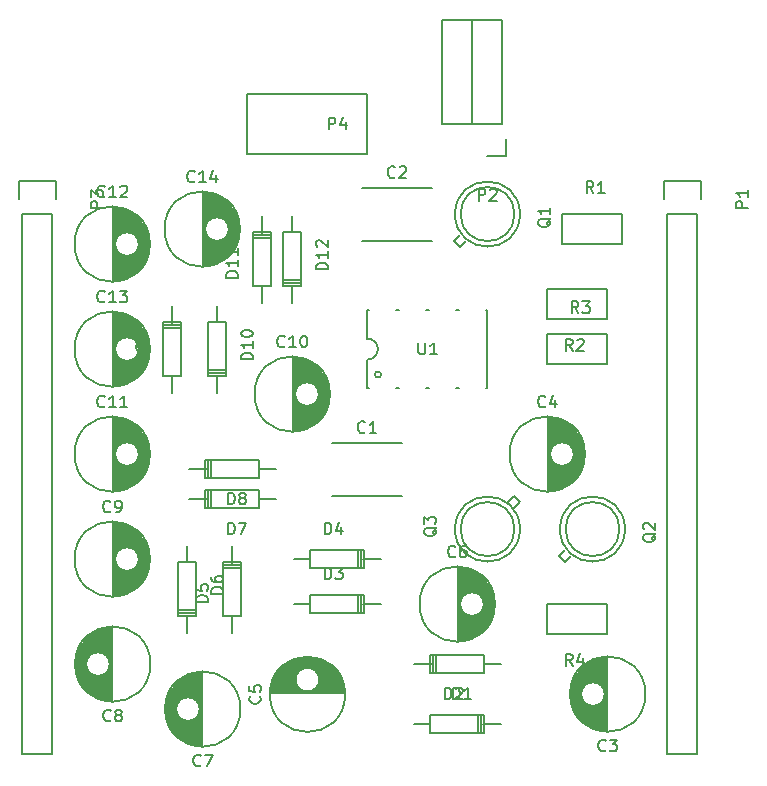
<source format=gbr>
G04 #@! TF.FileFunction,Legend,Top*
%FSLAX46Y46*%
G04 Gerber Fmt 4.6, Leading zero omitted, Abs format (unit mm)*
G04 Created by KiCad (PCBNEW 4.0.3+e1-6302~38~ubuntu16.04.1-stable) date Tue Aug 16 13:22:27 2016*
%MOMM*%
%LPD*%
G01*
G04 APERTURE LIST*
%ADD10C,0.100000*%
%ADD11C,0.150000*%
G04 APERTURE END LIST*
D10*
D11*
X118880000Y-115860000D02*
X124880000Y-115860000D01*
X124880000Y-120360000D02*
X118880000Y-120360000D01*
X121420000Y-94270000D02*
X127420000Y-94270000D01*
X127420000Y-98770000D02*
X121420000Y-98770000D01*
X131826520Y-134617460D02*
X133223520Y-134617460D01*
X127381520Y-134617460D02*
X125857520Y-134617460D01*
X127762520Y-133855460D02*
X127762520Y-135379460D01*
X127508520Y-133855460D02*
X127508520Y-135379460D01*
X127254520Y-134617460D02*
X127254520Y-135379460D01*
X127254520Y-135379460D02*
X131826520Y-135379460D01*
X131826520Y-135379460D02*
X131826520Y-133855460D01*
X131826520Y-133855460D02*
X127254520Y-133855460D01*
X127254520Y-133855460D02*
X127254520Y-134617460D01*
X127253480Y-139702540D02*
X125856480Y-139702540D01*
X131698480Y-139702540D02*
X133222480Y-139702540D01*
X131317480Y-140464540D02*
X131317480Y-138940540D01*
X131571480Y-140464540D02*
X131571480Y-138940540D01*
X131825480Y-139702540D02*
X131825480Y-138940540D01*
X131825480Y-138940540D02*
X127253480Y-138940540D01*
X127253480Y-138940540D02*
X127253480Y-140464540D01*
X127253480Y-140464540D02*
X131825480Y-140464540D01*
X131825480Y-140464540D02*
X131825480Y-139702540D01*
X117093480Y-129542540D02*
X115696480Y-129542540D01*
X121538480Y-129542540D02*
X123062480Y-129542540D01*
X121157480Y-130304540D02*
X121157480Y-128780540D01*
X121411480Y-130304540D02*
X121411480Y-128780540D01*
X121665480Y-129542540D02*
X121665480Y-128780540D01*
X121665480Y-128780540D02*
X117093480Y-128780540D01*
X117093480Y-128780540D02*
X117093480Y-130304540D01*
X117093480Y-130304540D02*
X121665480Y-130304540D01*
X121665480Y-130304540D02*
X121665480Y-129542540D01*
X117093480Y-125732540D02*
X115696480Y-125732540D01*
X121538480Y-125732540D02*
X123062480Y-125732540D01*
X121157480Y-126494540D02*
X121157480Y-124970540D01*
X121411480Y-126494540D02*
X121411480Y-124970540D01*
X121665480Y-125732540D02*
X121665480Y-124970540D01*
X121665480Y-124970540D02*
X117093480Y-124970540D01*
X117093480Y-124970540D02*
X117093480Y-126494540D01*
X117093480Y-126494540D02*
X121665480Y-126494540D01*
X121665480Y-126494540D02*
X121665480Y-125732540D01*
X110492540Y-130556520D02*
X110492540Y-131953520D01*
X110492540Y-126111520D02*
X110492540Y-124587520D01*
X111254540Y-126492520D02*
X109730540Y-126492520D01*
X111254540Y-126238520D02*
X109730540Y-126238520D01*
X110492540Y-125984520D02*
X109730540Y-125984520D01*
X109730540Y-125984520D02*
X109730540Y-130556520D01*
X109730540Y-130556520D02*
X111254540Y-130556520D01*
X111254540Y-130556520D02*
X111254540Y-125984520D01*
X111254540Y-125984520D02*
X110492540Y-125984520D01*
X106677460Y-125983480D02*
X106677460Y-124586480D01*
X106677460Y-130428480D02*
X106677460Y-131952480D01*
X105915460Y-130047480D02*
X107439460Y-130047480D01*
X105915460Y-130301480D02*
X107439460Y-130301480D01*
X106677460Y-130555480D02*
X107439460Y-130555480D01*
X107439460Y-130555480D02*
X107439460Y-125983480D01*
X107439460Y-125983480D02*
X105915460Y-125983480D01*
X105915460Y-125983480D02*
X105915460Y-130555480D01*
X105915460Y-130555480D02*
X106677460Y-130555480D01*
X112776520Y-120647460D02*
X114173520Y-120647460D01*
X108331520Y-120647460D02*
X106807520Y-120647460D01*
X108712520Y-119885460D02*
X108712520Y-121409460D01*
X108458520Y-119885460D02*
X108458520Y-121409460D01*
X108204520Y-120647460D02*
X108204520Y-121409460D01*
X108204520Y-121409460D02*
X112776520Y-121409460D01*
X112776520Y-121409460D02*
X112776520Y-119885460D01*
X112776520Y-119885460D02*
X108204520Y-119885460D01*
X108204520Y-119885460D02*
X108204520Y-120647460D01*
X112776520Y-118107460D02*
X114173520Y-118107460D01*
X108331520Y-118107460D02*
X106807520Y-118107460D01*
X108712520Y-117345460D02*
X108712520Y-118869460D01*
X108458520Y-117345460D02*
X108458520Y-118869460D01*
X108204520Y-118107460D02*
X108204520Y-118869460D01*
X108204520Y-118869460D02*
X112776520Y-118869460D01*
X112776520Y-118869460D02*
X112776520Y-117345460D01*
X112776520Y-117345460D02*
X108204520Y-117345460D01*
X108204520Y-117345460D02*
X108204520Y-118107460D01*
X105412540Y-110236520D02*
X105412540Y-111633520D01*
X105412540Y-105791520D02*
X105412540Y-104267520D01*
X106174540Y-106172520D02*
X104650540Y-106172520D01*
X106174540Y-105918520D02*
X104650540Y-105918520D01*
X105412540Y-105664520D02*
X104650540Y-105664520D01*
X104650540Y-105664520D02*
X104650540Y-110236520D01*
X104650540Y-110236520D02*
X106174540Y-110236520D01*
X106174540Y-110236520D02*
X106174540Y-105664520D01*
X106174540Y-105664520D02*
X105412540Y-105664520D01*
X109217460Y-105663480D02*
X109217460Y-104266480D01*
X109217460Y-110108480D02*
X109217460Y-111632480D01*
X108455460Y-109727480D02*
X109979460Y-109727480D01*
X108455460Y-109981480D02*
X109979460Y-109981480D01*
X109217460Y-110235480D02*
X109979460Y-110235480D01*
X109979460Y-110235480D02*
X109979460Y-105663480D01*
X109979460Y-105663480D02*
X108455460Y-105663480D01*
X108455460Y-105663480D02*
X108455460Y-110235480D01*
X108455460Y-110235480D02*
X109217460Y-110235480D01*
X113032540Y-102616520D02*
X113032540Y-104013520D01*
X113032540Y-98171520D02*
X113032540Y-96647520D01*
X113794540Y-98552520D02*
X112270540Y-98552520D01*
X113794540Y-98298520D02*
X112270540Y-98298520D01*
X113032540Y-98044520D02*
X112270540Y-98044520D01*
X112270540Y-98044520D02*
X112270540Y-102616520D01*
X112270540Y-102616520D02*
X113794540Y-102616520D01*
X113794540Y-102616520D02*
X113794540Y-98044520D01*
X113794540Y-98044520D02*
X113032540Y-98044520D01*
X115567460Y-98043480D02*
X115567460Y-96646480D01*
X115567460Y-102488480D02*
X115567460Y-104012480D01*
X114805460Y-102107480D02*
X116329460Y-102107480D01*
X114805460Y-102361480D02*
X116329460Y-102361480D01*
X115567460Y-102615480D02*
X116329460Y-102615480D01*
X116329460Y-102615480D02*
X116329460Y-98043480D01*
X116329460Y-98043480D02*
X114805460Y-98043480D01*
X114805460Y-98043480D02*
X114805460Y-102615480D01*
X114805460Y-102615480D02*
X115567460Y-102615480D01*
X147320000Y-96520000D02*
X147320000Y-142240000D01*
X147320000Y-142240000D02*
X149860000Y-142240000D01*
X149860000Y-142240000D02*
X149860000Y-96520000D01*
X147040000Y-93700000D02*
X147040000Y-95250000D01*
X147320000Y-96520000D02*
X149860000Y-96520000D01*
X150140000Y-95250000D02*
X150140000Y-93700000D01*
X150140000Y-93700000D02*
X147040000Y-93700000D01*
X92710000Y-96520000D02*
X92710000Y-142240000D01*
X92710000Y-142240000D02*
X95250000Y-142240000D01*
X95250000Y-142240000D02*
X95250000Y-96520000D01*
X92430000Y-93700000D02*
X92430000Y-95250000D01*
X92710000Y-96520000D02*
X95250000Y-96520000D01*
X95530000Y-95250000D02*
X95530000Y-93700000D01*
X95530000Y-93700000D02*
X92430000Y-93700000D01*
X138430000Y-96520000D02*
X143510000Y-96520000D01*
X143510000Y-96520000D02*
X143510000Y-99060000D01*
X143510000Y-99060000D02*
X138430000Y-99060000D01*
X138430000Y-99060000D02*
X138430000Y-96520000D01*
X142240000Y-105410000D02*
X137160000Y-105410000D01*
X137160000Y-105410000D02*
X137160000Y-102870000D01*
X137160000Y-102870000D02*
X142240000Y-102870000D01*
X142240000Y-102870000D02*
X142240000Y-105410000D01*
X137160000Y-106680000D02*
X142240000Y-106680000D01*
X142240000Y-106680000D02*
X142240000Y-109220000D01*
X142240000Y-109220000D02*
X137160000Y-109220000D01*
X137160000Y-109220000D02*
X137160000Y-106680000D01*
X142240000Y-132080000D02*
X137160000Y-132080000D01*
X137160000Y-132080000D02*
X137160000Y-129540000D01*
X137160000Y-129540000D02*
X142240000Y-129540000D01*
X142240000Y-129540000D02*
X142240000Y-132080000D01*
X108005000Y-94641000D02*
X108005000Y-100939000D01*
X108145000Y-94647000D02*
X108145000Y-100933000D01*
X108285000Y-94660000D02*
X108285000Y-97344000D01*
X108285000Y-98236000D02*
X108285000Y-100920000D01*
X108425000Y-94679000D02*
X108425000Y-97134000D01*
X108425000Y-98446000D02*
X108425000Y-100901000D01*
X108565000Y-94705000D02*
X108565000Y-97001000D01*
X108565000Y-98579000D02*
X108565000Y-100875000D01*
X108705000Y-94737000D02*
X108705000Y-96910000D01*
X108705000Y-98670000D02*
X108705000Y-100843000D01*
X108845000Y-94776000D02*
X108845000Y-96848000D01*
X108845000Y-98732000D02*
X108845000Y-100804000D01*
X108985000Y-94822000D02*
X108985000Y-96809000D01*
X108985000Y-98771000D02*
X108985000Y-100758000D01*
X109125000Y-94875000D02*
X109125000Y-96792000D01*
X109125000Y-98788000D02*
X109125000Y-100705000D01*
X109265000Y-94937000D02*
X109265000Y-96794000D01*
X109265000Y-98786000D02*
X109265000Y-100643000D01*
X109405000Y-95007000D02*
X109405000Y-96816000D01*
X109405000Y-98764000D02*
X109405000Y-100573000D01*
X109545000Y-95086000D02*
X109545000Y-96859000D01*
X109545000Y-98721000D02*
X109545000Y-100494000D01*
X109685000Y-95174000D02*
X109685000Y-96927000D01*
X109685000Y-98653000D02*
X109685000Y-100406000D01*
X109825000Y-95274000D02*
X109825000Y-97026000D01*
X109825000Y-98554000D02*
X109825000Y-100306000D01*
X109965000Y-95386000D02*
X109965000Y-97171000D01*
X109965000Y-98409000D02*
X109965000Y-100194000D01*
X110105000Y-95511000D02*
X110105000Y-97410000D01*
X110105000Y-98170000D02*
X110105000Y-100069000D01*
X110245000Y-95654000D02*
X110245000Y-99926000D01*
X110385000Y-95816000D02*
X110385000Y-99764000D01*
X110525000Y-96004000D02*
X110525000Y-99576000D01*
X110665000Y-96227000D02*
X110665000Y-99353000D01*
X110805000Y-96503000D02*
X110805000Y-99077000D01*
X110945000Y-96878000D02*
X110945000Y-98702000D01*
X110180000Y-97790000D02*
G75*
G03X110180000Y-97790000I-1000000J0D01*
G01*
X111117500Y-97790000D02*
G75*
G03X111117500Y-97790000I-3187500J0D01*
G01*
X100385000Y-104801000D02*
X100385000Y-111099000D01*
X100525000Y-104807000D02*
X100525000Y-111093000D01*
X100665000Y-104820000D02*
X100665000Y-107504000D01*
X100665000Y-108396000D02*
X100665000Y-111080000D01*
X100805000Y-104839000D02*
X100805000Y-107294000D01*
X100805000Y-108606000D02*
X100805000Y-111061000D01*
X100945000Y-104865000D02*
X100945000Y-107161000D01*
X100945000Y-108739000D02*
X100945000Y-111035000D01*
X101085000Y-104897000D02*
X101085000Y-107070000D01*
X101085000Y-108830000D02*
X101085000Y-111003000D01*
X101225000Y-104936000D02*
X101225000Y-107008000D01*
X101225000Y-108892000D02*
X101225000Y-110964000D01*
X101365000Y-104982000D02*
X101365000Y-106969000D01*
X101365000Y-108931000D02*
X101365000Y-110918000D01*
X101505000Y-105035000D02*
X101505000Y-106952000D01*
X101505000Y-108948000D02*
X101505000Y-110865000D01*
X101645000Y-105097000D02*
X101645000Y-106954000D01*
X101645000Y-108946000D02*
X101645000Y-110803000D01*
X101785000Y-105167000D02*
X101785000Y-106976000D01*
X101785000Y-108924000D02*
X101785000Y-110733000D01*
X101925000Y-105246000D02*
X101925000Y-107019000D01*
X101925000Y-108881000D02*
X101925000Y-110654000D01*
X102065000Y-105334000D02*
X102065000Y-107087000D01*
X102065000Y-108813000D02*
X102065000Y-110566000D01*
X102205000Y-105434000D02*
X102205000Y-107186000D01*
X102205000Y-108714000D02*
X102205000Y-110466000D01*
X102345000Y-105546000D02*
X102345000Y-107331000D01*
X102345000Y-108569000D02*
X102345000Y-110354000D01*
X102485000Y-105671000D02*
X102485000Y-107570000D01*
X102485000Y-108330000D02*
X102485000Y-110229000D01*
X102625000Y-105814000D02*
X102625000Y-110086000D01*
X102765000Y-105976000D02*
X102765000Y-109924000D01*
X102905000Y-106164000D02*
X102905000Y-109736000D01*
X103045000Y-106387000D02*
X103045000Y-109513000D01*
X103185000Y-106663000D02*
X103185000Y-109237000D01*
X103325000Y-107038000D02*
X103325000Y-108862000D01*
X102560000Y-107950000D02*
G75*
G03X102560000Y-107950000I-1000000J0D01*
G01*
X103497500Y-107950000D02*
G75*
G03X103497500Y-107950000I-3187500J0D01*
G01*
X100385000Y-95911000D02*
X100385000Y-102209000D01*
X100525000Y-95917000D02*
X100525000Y-102203000D01*
X100665000Y-95930000D02*
X100665000Y-98614000D01*
X100665000Y-99506000D02*
X100665000Y-102190000D01*
X100805000Y-95949000D02*
X100805000Y-98404000D01*
X100805000Y-99716000D02*
X100805000Y-102171000D01*
X100945000Y-95975000D02*
X100945000Y-98271000D01*
X100945000Y-99849000D02*
X100945000Y-102145000D01*
X101085000Y-96007000D02*
X101085000Y-98180000D01*
X101085000Y-99940000D02*
X101085000Y-102113000D01*
X101225000Y-96046000D02*
X101225000Y-98118000D01*
X101225000Y-100002000D02*
X101225000Y-102074000D01*
X101365000Y-96092000D02*
X101365000Y-98079000D01*
X101365000Y-100041000D02*
X101365000Y-102028000D01*
X101505000Y-96145000D02*
X101505000Y-98062000D01*
X101505000Y-100058000D02*
X101505000Y-101975000D01*
X101645000Y-96207000D02*
X101645000Y-98064000D01*
X101645000Y-100056000D02*
X101645000Y-101913000D01*
X101785000Y-96277000D02*
X101785000Y-98086000D01*
X101785000Y-100034000D02*
X101785000Y-101843000D01*
X101925000Y-96356000D02*
X101925000Y-98129000D01*
X101925000Y-99991000D02*
X101925000Y-101764000D01*
X102065000Y-96444000D02*
X102065000Y-98197000D01*
X102065000Y-99923000D02*
X102065000Y-101676000D01*
X102205000Y-96544000D02*
X102205000Y-98296000D01*
X102205000Y-99824000D02*
X102205000Y-101576000D01*
X102345000Y-96656000D02*
X102345000Y-98441000D01*
X102345000Y-99679000D02*
X102345000Y-101464000D01*
X102485000Y-96781000D02*
X102485000Y-98680000D01*
X102485000Y-99440000D02*
X102485000Y-101339000D01*
X102625000Y-96924000D02*
X102625000Y-101196000D01*
X102765000Y-97086000D02*
X102765000Y-101034000D01*
X102905000Y-97274000D02*
X102905000Y-100846000D01*
X103045000Y-97497000D02*
X103045000Y-100623000D01*
X103185000Y-97773000D02*
X103185000Y-100347000D01*
X103325000Y-98148000D02*
X103325000Y-99972000D01*
X102560000Y-99060000D02*
G75*
G03X102560000Y-99060000I-1000000J0D01*
G01*
X103497500Y-99060000D02*
G75*
G03X103497500Y-99060000I-3187500J0D01*
G01*
X100385000Y-113691000D02*
X100385000Y-119989000D01*
X100525000Y-113697000D02*
X100525000Y-119983000D01*
X100665000Y-113710000D02*
X100665000Y-116394000D01*
X100665000Y-117286000D02*
X100665000Y-119970000D01*
X100805000Y-113729000D02*
X100805000Y-116184000D01*
X100805000Y-117496000D02*
X100805000Y-119951000D01*
X100945000Y-113755000D02*
X100945000Y-116051000D01*
X100945000Y-117629000D02*
X100945000Y-119925000D01*
X101085000Y-113787000D02*
X101085000Y-115960000D01*
X101085000Y-117720000D02*
X101085000Y-119893000D01*
X101225000Y-113826000D02*
X101225000Y-115898000D01*
X101225000Y-117782000D02*
X101225000Y-119854000D01*
X101365000Y-113872000D02*
X101365000Y-115859000D01*
X101365000Y-117821000D02*
X101365000Y-119808000D01*
X101505000Y-113925000D02*
X101505000Y-115842000D01*
X101505000Y-117838000D02*
X101505000Y-119755000D01*
X101645000Y-113987000D02*
X101645000Y-115844000D01*
X101645000Y-117836000D02*
X101645000Y-119693000D01*
X101785000Y-114057000D02*
X101785000Y-115866000D01*
X101785000Y-117814000D02*
X101785000Y-119623000D01*
X101925000Y-114136000D02*
X101925000Y-115909000D01*
X101925000Y-117771000D02*
X101925000Y-119544000D01*
X102065000Y-114224000D02*
X102065000Y-115977000D01*
X102065000Y-117703000D02*
X102065000Y-119456000D01*
X102205000Y-114324000D02*
X102205000Y-116076000D01*
X102205000Y-117604000D02*
X102205000Y-119356000D01*
X102345000Y-114436000D02*
X102345000Y-116221000D01*
X102345000Y-117459000D02*
X102345000Y-119244000D01*
X102485000Y-114561000D02*
X102485000Y-116460000D01*
X102485000Y-117220000D02*
X102485000Y-119119000D01*
X102625000Y-114704000D02*
X102625000Y-118976000D01*
X102765000Y-114866000D02*
X102765000Y-118814000D01*
X102905000Y-115054000D02*
X102905000Y-118626000D01*
X103045000Y-115277000D02*
X103045000Y-118403000D01*
X103185000Y-115553000D02*
X103185000Y-118127000D01*
X103325000Y-115928000D02*
X103325000Y-117752000D01*
X102560000Y-116840000D02*
G75*
G03X102560000Y-116840000I-1000000J0D01*
G01*
X103497500Y-116840000D02*
G75*
G03X103497500Y-116840000I-3187500J0D01*
G01*
X115625000Y-108611000D02*
X115625000Y-114909000D01*
X115765000Y-108617000D02*
X115765000Y-114903000D01*
X115905000Y-108630000D02*
X115905000Y-111314000D01*
X115905000Y-112206000D02*
X115905000Y-114890000D01*
X116045000Y-108649000D02*
X116045000Y-111104000D01*
X116045000Y-112416000D02*
X116045000Y-114871000D01*
X116185000Y-108675000D02*
X116185000Y-110971000D01*
X116185000Y-112549000D02*
X116185000Y-114845000D01*
X116325000Y-108707000D02*
X116325000Y-110880000D01*
X116325000Y-112640000D02*
X116325000Y-114813000D01*
X116465000Y-108746000D02*
X116465000Y-110818000D01*
X116465000Y-112702000D02*
X116465000Y-114774000D01*
X116605000Y-108792000D02*
X116605000Y-110779000D01*
X116605000Y-112741000D02*
X116605000Y-114728000D01*
X116745000Y-108845000D02*
X116745000Y-110762000D01*
X116745000Y-112758000D02*
X116745000Y-114675000D01*
X116885000Y-108907000D02*
X116885000Y-110764000D01*
X116885000Y-112756000D02*
X116885000Y-114613000D01*
X117025000Y-108977000D02*
X117025000Y-110786000D01*
X117025000Y-112734000D02*
X117025000Y-114543000D01*
X117165000Y-109056000D02*
X117165000Y-110829000D01*
X117165000Y-112691000D02*
X117165000Y-114464000D01*
X117305000Y-109144000D02*
X117305000Y-110897000D01*
X117305000Y-112623000D02*
X117305000Y-114376000D01*
X117445000Y-109244000D02*
X117445000Y-110996000D01*
X117445000Y-112524000D02*
X117445000Y-114276000D01*
X117585000Y-109356000D02*
X117585000Y-111141000D01*
X117585000Y-112379000D02*
X117585000Y-114164000D01*
X117725000Y-109481000D02*
X117725000Y-111380000D01*
X117725000Y-112140000D02*
X117725000Y-114039000D01*
X117865000Y-109624000D02*
X117865000Y-113896000D01*
X118005000Y-109786000D02*
X118005000Y-113734000D01*
X118145000Y-109974000D02*
X118145000Y-113546000D01*
X118285000Y-110197000D02*
X118285000Y-113323000D01*
X118425000Y-110473000D02*
X118425000Y-113047000D01*
X118565000Y-110848000D02*
X118565000Y-112672000D01*
X117800000Y-111760000D02*
G75*
G03X117800000Y-111760000I-1000000J0D01*
G01*
X118737500Y-111760000D02*
G75*
G03X118737500Y-111760000I-3187500J0D01*
G01*
X100385000Y-122581000D02*
X100385000Y-128879000D01*
X100525000Y-122587000D02*
X100525000Y-128873000D01*
X100665000Y-122600000D02*
X100665000Y-125284000D01*
X100665000Y-126176000D02*
X100665000Y-128860000D01*
X100805000Y-122619000D02*
X100805000Y-125074000D01*
X100805000Y-126386000D02*
X100805000Y-128841000D01*
X100945000Y-122645000D02*
X100945000Y-124941000D01*
X100945000Y-126519000D02*
X100945000Y-128815000D01*
X101085000Y-122677000D02*
X101085000Y-124850000D01*
X101085000Y-126610000D02*
X101085000Y-128783000D01*
X101225000Y-122716000D02*
X101225000Y-124788000D01*
X101225000Y-126672000D02*
X101225000Y-128744000D01*
X101365000Y-122762000D02*
X101365000Y-124749000D01*
X101365000Y-126711000D02*
X101365000Y-128698000D01*
X101505000Y-122815000D02*
X101505000Y-124732000D01*
X101505000Y-126728000D02*
X101505000Y-128645000D01*
X101645000Y-122877000D02*
X101645000Y-124734000D01*
X101645000Y-126726000D02*
X101645000Y-128583000D01*
X101785000Y-122947000D02*
X101785000Y-124756000D01*
X101785000Y-126704000D02*
X101785000Y-128513000D01*
X101925000Y-123026000D02*
X101925000Y-124799000D01*
X101925000Y-126661000D02*
X101925000Y-128434000D01*
X102065000Y-123114000D02*
X102065000Y-124867000D01*
X102065000Y-126593000D02*
X102065000Y-128346000D01*
X102205000Y-123214000D02*
X102205000Y-124966000D01*
X102205000Y-126494000D02*
X102205000Y-128246000D01*
X102345000Y-123326000D02*
X102345000Y-125111000D01*
X102345000Y-126349000D02*
X102345000Y-128134000D01*
X102485000Y-123451000D02*
X102485000Y-125350000D01*
X102485000Y-126110000D02*
X102485000Y-128009000D01*
X102625000Y-123594000D02*
X102625000Y-127866000D01*
X102765000Y-123756000D02*
X102765000Y-127704000D01*
X102905000Y-123944000D02*
X102905000Y-127516000D01*
X103045000Y-124167000D02*
X103045000Y-127293000D01*
X103185000Y-124443000D02*
X103185000Y-127017000D01*
X103325000Y-124818000D02*
X103325000Y-126642000D01*
X102560000Y-125730000D02*
G75*
G03X102560000Y-125730000I-1000000J0D01*
G01*
X103497500Y-125730000D02*
G75*
G03X103497500Y-125730000I-3187500J0D01*
G01*
X100275000Y-137769000D02*
X100275000Y-131471000D01*
X100135000Y-137763000D02*
X100135000Y-131477000D01*
X99995000Y-137750000D02*
X99995000Y-135066000D01*
X99995000Y-134174000D02*
X99995000Y-131490000D01*
X99855000Y-137731000D02*
X99855000Y-135276000D01*
X99855000Y-133964000D02*
X99855000Y-131509000D01*
X99715000Y-137705000D02*
X99715000Y-135409000D01*
X99715000Y-133831000D02*
X99715000Y-131535000D01*
X99575000Y-137673000D02*
X99575000Y-135500000D01*
X99575000Y-133740000D02*
X99575000Y-131567000D01*
X99435000Y-137634000D02*
X99435000Y-135562000D01*
X99435000Y-133678000D02*
X99435000Y-131606000D01*
X99295000Y-137588000D02*
X99295000Y-135601000D01*
X99295000Y-133639000D02*
X99295000Y-131652000D01*
X99155000Y-137535000D02*
X99155000Y-135618000D01*
X99155000Y-133622000D02*
X99155000Y-131705000D01*
X99015000Y-137473000D02*
X99015000Y-135616000D01*
X99015000Y-133624000D02*
X99015000Y-131767000D01*
X98875000Y-137403000D02*
X98875000Y-135594000D01*
X98875000Y-133646000D02*
X98875000Y-131837000D01*
X98735000Y-137324000D02*
X98735000Y-135551000D01*
X98735000Y-133689000D02*
X98735000Y-131916000D01*
X98595000Y-137236000D02*
X98595000Y-135483000D01*
X98595000Y-133757000D02*
X98595000Y-132004000D01*
X98455000Y-137136000D02*
X98455000Y-135384000D01*
X98455000Y-133856000D02*
X98455000Y-132104000D01*
X98315000Y-137024000D02*
X98315000Y-135239000D01*
X98315000Y-134001000D02*
X98315000Y-132216000D01*
X98175000Y-136899000D02*
X98175000Y-135000000D01*
X98175000Y-134240000D02*
X98175000Y-132341000D01*
X98035000Y-136756000D02*
X98035000Y-132484000D01*
X97895000Y-136594000D02*
X97895000Y-132646000D01*
X97755000Y-136406000D02*
X97755000Y-132834000D01*
X97615000Y-136183000D02*
X97615000Y-133057000D01*
X97475000Y-135907000D02*
X97475000Y-133333000D01*
X97335000Y-135532000D02*
X97335000Y-133708000D01*
X100100000Y-134620000D02*
G75*
G03X100100000Y-134620000I-1000000J0D01*
G01*
X103537500Y-134620000D02*
G75*
G03X103537500Y-134620000I-3187500J0D01*
G01*
X107895000Y-141579000D02*
X107895000Y-135281000D01*
X107755000Y-141573000D02*
X107755000Y-135287000D01*
X107615000Y-141560000D02*
X107615000Y-138876000D01*
X107615000Y-137984000D02*
X107615000Y-135300000D01*
X107475000Y-141541000D02*
X107475000Y-139086000D01*
X107475000Y-137774000D02*
X107475000Y-135319000D01*
X107335000Y-141515000D02*
X107335000Y-139219000D01*
X107335000Y-137641000D02*
X107335000Y-135345000D01*
X107195000Y-141483000D02*
X107195000Y-139310000D01*
X107195000Y-137550000D02*
X107195000Y-135377000D01*
X107055000Y-141444000D02*
X107055000Y-139372000D01*
X107055000Y-137488000D02*
X107055000Y-135416000D01*
X106915000Y-141398000D02*
X106915000Y-139411000D01*
X106915000Y-137449000D02*
X106915000Y-135462000D01*
X106775000Y-141345000D02*
X106775000Y-139428000D01*
X106775000Y-137432000D02*
X106775000Y-135515000D01*
X106635000Y-141283000D02*
X106635000Y-139426000D01*
X106635000Y-137434000D02*
X106635000Y-135577000D01*
X106495000Y-141213000D02*
X106495000Y-139404000D01*
X106495000Y-137456000D02*
X106495000Y-135647000D01*
X106355000Y-141134000D02*
X106355000Y-139361000D01*
X106355000Y-137499000D02*
X106355000Y-135726000D01*
X106215000Y-141046000D02*
X106215000Y-139293000D01*
X106215000Y-137567000D02*
X106215000Y-135814000D01*
X106075000Y-140946000D02*
X106075000Y-139194000D01*
X106075000Y-137666000D02*
X106075000Y-135914000D01*
X105935000Y-140834000D02*
X105935000Y-139049000D01*
X105935000Y-137811000D02*
X105935000Y-136026000D01*
X105795000Y-140709000D02*
X105795000Y-138810000D01*
X105795000Y-138050000D02*
X105795000Y-136151000D01*
X105655000Y-140566000D02*
X105655000Y-136294000D01*
X105515000Y-140404000D02*
X105515000Y-136456000D01*
X105375000Y-140216000D02*
X105375000Y-136644000D01*
X105235000Y-139993000D02*
X105235000Y-136867000D01*
X105095000Y-139717000D02*
X105095000Y-137143000D01*
X104955000Y-139342000D02*
X104955000Y-137518000D01*
X107720000Y-138430000D02*
G75*
G03X107720000Y-138430000I-1000000J0D01*
G01*
X111157500Y-138430000D02*
G75*
G03X111157500Y-138430000I-3187500J0D01*
G01*
X129595000Y-126391000D02*
X129595000Y-132689000D01*
X129735000Y-126397000D02*
X129735000Y-132683000D01*
X129875000Y-126410000D02*
X129875000Y-129094000D01*
X129875000Y-129986000D02*
X129875000Y-132670000D01*
X130015000Y-126429000D02*
X130015000Y-128884000D01*
X130015000Y-130196000D02*
X130015000Y-132651000D01*
X130155000Y-126455000D02*
X130155000Y-128751000D01*
X130155000Y-130329000D02*
X130155000Y-132625000D01*
X130295000Y-126487000D02*
X130295000Y-128660000D01*
X130295000Y-130420000D02*
X130295000Y-132593000D01*
X130435000Y-126526000D02*
X130435000Y-128598000D01*
X130435000Y-130482000D02*
X130435000Y-132554000D01*
X130575000Y-126572000D02*
X130575000Y-128559000D01*
X130575000Y-130521000D02*
X130575000Y-132508000D01*
X130715000Y-126625000D02*
X130715000Y-128542000D01*
X130715000Y-130538000D02*
X130715000Y-132455000D01*
X130855000Y-126687000D02*
X130855000Y-128544000D01*
X130855000Y-130536000D02*
X130855000Y-132393000D01*
X130995000Y-126757000D02*
X130995000Y-128566000D01*
X130995000Y-130514000D02*
X130995000Y-132323000D01*
X131135000Y-126836000D02*
X131135000Y-128609000D01*
X131135000Y-130471000D02*
X131135000Y-132244000D01*
X131275000Y-126924000D02*
X131275000Y-128677000D01*
X131275000Y-130403000D02*
X131275000Y-132156000D01*
X131415000Y-127024000D02*
X131415000Y-128776000D01*
X131415000Y-130304000D02*
X131415000Y-132056000D01*
X131555000Y-127136000D02*
X131555000Y-128921000D01*
X131555000Y-130159000D02*
X131555000Y-131944000D01*
X131695000Y-127261000D02*
X131695000Y-129160000D01*
X131695000Y-129920000D02*
X131695000Y-131819000D01*
X131835000Y-127404000D02*
X131835000Y-131676000D01*
X131975000Y-127566000D02*
X131975000Y-131514000D01*
X132115000Y-127754000D02*
X132115000Y-131326000D01*
X132255000Y-127977000D02*
X132255000Y-131103000D01*
X132395000Y-128253000D02*
X132395000Y-130827000D01*
X132535000Y-128628000D02*
X132535000Y-130452000D01*
X131770000Y-129540000D02*
G75*
G03X131770000Y-129540000I-1000000J0D01*
G01*
X132707500Y-129540000D02*
G75*
G03X132707500Y-129540000I-3187500J0D01*
G01*
X113691000Y-137105000D02*
X119989000Y-137105000D01*
X113697000Y-136965000D02*
X119983000Y-136965000D01*
X113710000Y-136825000D02*
X116394000Y-136825000D01*
X117286000Y-136825000D02*
X119970000Y-136825000D01*
X113729000Y-136685000D02*
X116184000Y-136685000D01*
X117496000Y-136685000D02*
X119951000Y-136685000D01*
X113755000Y-136545000D02*
X116051000Y-136545000D01*
X117629000Y-136545000D02*
X119925000Y-136545000D01*
X113787000Y-136405000D02*
X115960000Y-136405000D01*
X117720000Y-136405000D02*
X119893000Y-136405000D01*
X113826000Y-136265000D02*
X115898000Y-136265000D01*
X117782000Y-136265000D02*
X119854000Y-136265000D01*
X113872000Y-136125000D02*
X115859000Y-136125000D01*
X117821000Y-136125000D02*
X119808000Y-136125000D01*
X113925000Y-135985000D02*
X115842000Y-135985000D01*
X117838000Y-135985000D02*
X119755000Y-135985000D01*
X113987000Y-135845000D02*
X115844000Y-135845000D01*
X117836000Y-135845000D02*
X119693000Y-135845000D01*
X114057000Y-135705000D02*
X115866000Y-135705000D01*
X117814000Y-135705000D02*
X119623000Y-135705000D01*
X114136000Y-135565000D02*
X115909000Y-135565000D01*
X117771000Y-135565000D02*
X119544000Y-135565000D01*
X114224000Y-135425000D02*
X115977000Y-135425000D01*
X117703000Y-135425000D02*
X119456000Y-135425000D01*
X114324000Y-135285000D02*
X116076000Y-135285000D01*
X117604000Y-135285000D02*
X119356000Y-135285000D01*
X114436000Y-135145000D02*
X116221000Y-135145000D01*
X117459000Y-135145000D02*
X119244000Y-135145000D01*
X114561000Y-135005000D02*
X116460000Y-135005000D01*
X117220000Y-135005000D02*
X119119000Y-135005000D01*
X114704000Y-134865000D02*
X118976000Y-134865000D01*
X114866000Y-134725000D02*
X118814000Y-134725000D01*
X115054000Y-134585000D02*
X118626000Y-134585000D01*
X115277000Y-134445000D02*
X118403000Y-134445000D01*
X115553000Y-134305000D02*
X118127000Y-134305000D01*
X115928000Y-134165000D02*
X117752000Y-134165000D01*
X117840000Y-135930000D02*
G75*
G03X117840000Y-135930000I-1000000J0D01*
G01*
X120027500Y-137180000D02*
G75*
G03X120027500Y-137180000I-3187500J0D01*
G01*
X137215000Y-113691000D02*
X137215000Y-119989000D01*
X137355000Y-113697000D02*
X137355000Y-119983000D01*
X137495000Y-113710000D02*
X137495000Y-116394000D01*
X137495000Y-117286000D02*
X137495000Y-119970000D01*
X137635000Y-113729000D02*
X137635000Y-116184000D01*
X137635000Y-117496000D02*
X137635000Y-119951000D01*
X137775000Y-113755000D02*
X137775000Y-116051000D01*
X137775000Y-117629000D02*
X137775000Y-119925000D01*
X137915000Y-113787000D02*
X137915000Y-115960000D01*
X137915000Y-117720000D02*
X137915000Y-119893000D01*
X138055000Y-113826000D02*
X138055000Y-115898000D01*
X138055000Y-117782000D02*
X138055000Y-119854000D01*
X138195000Y-113872000D02*
X138195000Y-115859000D01*
X138195000Y-117821000D02*
X138195000Y-119808000D01*
X138335000Y-113925000D02*
X138335000Y-115842000D01*
X138335000Y-117838000D02*
X138335000Y-119755000D01*
X138475000Y-113987000D02*
X138475000Y-115844000D01*
X138475000Y-117836000D02*
X138475000Y-119693000D01*
X138615000Y-114057000D02*
X138615000Y-115866000D01*
X138615000Y-117814000D02*
X138615000Y-119623000D01*
X138755000Y-114136000D02*
X138755000Y-115909000D01*
X138755000Y-117771000D02*
X138755000Y-119544000D01*
X138895000Y-114224000D02*
X138895000Y-115977000D01*
X138895000Y-117703000D02*
X138895000Y-119456000D01*
X139035000Y-114324000D02*
X139035000Y-116076000D01*
X139035000Y-117604000D02*
X139035000Y-119356000D01*
X139175000Y-114436000D02*
X139175000Y-116221000D01*
X139175000Y-117459000D02*
X139175000Y-119244000D01*
X139315000Y-114561000D02*
X139315000Y-116460000D01*
X139315000Y-117220000D02*
X139315000Y-119119000D01*
X139455000Y-114704000D02*
X139455000Y-118976000D01*
X139595000Y-114866000D02*
X139595000Y-118814000D01*
X139735000Y-115054000D02*
X139735000Y-118626000D01*
X139875000Y-115277000D02*
X139875000Y-118403000D01*
X140015000Y-115553000D02*
X140015000Y-118127000D01*
X140155000Y-115928000D02*
X140155000Y-117752000D01*
X139390000Y-116840000D02*
G75*
G03X139390000Y-116840000I-1000000J0D01*
G01*
X140327500Y-116840000D02*
G75*
G03X140327500Y-116840000I-3187500J0D01*
G01*
X142185000Y-140309000D02*
X142185000Y-134011000D01*
X142045000Y-140303000D02*
X142045000Y-134017000D01*
X141905000Y-140290000D02*
X141905000Y-137606000D01*
X141905000Y-136714000D02*
X141905000Y-134030000D01*
X141765000Y-140271000D02*
X141765000Y-137816000D01*
X141765000Y-136504000D02*
X141765000Y-134049000D01*
X141625000Y-140245000D02*
X141625000Y-137949000D01*
X141625000Y-136371000D02*
X141625000Y-134075000D01*
X141485000Y-140213000D02*
X141485000Y-138040000D01*
X141485000Y-136280000D02*
X141485000Y-134107000D01*
X141345000Y-140174000D02*
X141345000Y-138102000D01*
X141345000Y-136218000D02*
X141345000Y-134146000D01*
X141205000Y-140128000D02*
X141205000Y-138141000D01*
X141205000Y-136179000D02*
X141205000Y-134192000D01*
X141065000Y-140075000D02*
X141065000Y-138158000D01*
X141065000Y-136162000D02*
X141065000Y-134245000D01*
X140925000Y-140013000D02*
X140925000Y-138156000D01*
X140925000Y-136164000D02*
X140925000Y-134307000D01*
X140785000Y-139943000D02*
X140785000Y-138134000D01*
X140785000Y-136186000D02*
X140785000Y-134377000D01*
X140645000Y-139864000D02*
X140645000Y-138091000D01*
X140645000Y-136229000D02*
X140645000Y-134456000D01*
X140505000Y-139776000D02*
X140505000Y-138023000D01*
X140505000Y-136297000D02*
X140505000Y-134544000D01*
X140365000Y-139676000D02*
X140365000Y-137924000D01*
X140365000Y-136396000D02*
X140365000Y-134644000D01*
X140225000Y-139564000D02*
X140225000Y-137779000D01*
X140225000Y-136541000D02*
X140225000Y-134756000D01*
X140085000Y-139439000D02*
X140085000Y-137540000D01*
X140085000Y-136780000D02*
X140085000Y-134881000D01*
X139945000Y-139296000D02*
X139945000Y-135024000D01*
X139805000Y-139134000D02*
X139805000Y-135186000D01*
X139665000Y-138946000D02*
X139665000Y-135374000D01*
X139525000Y-138723000D02*
X139525000Y-135597000D01*
X139385000Y-138447000D02*
X139385000Y-135873000D01*
X139245000Y-138072000D02*
X139245000Y-136248000D01*
X142010000Y-137160000D02*
G75*
G03X142010000Y-137160000I-1000000J0D01*
G01*
X145447500Y-137160000D02*
G75*
G03X145447500Y-137160000I-3187500J0D01*
G01*
X134366000Y-120396000D02*
X133858000Y-120904000D01*
X134366000Y-121412000D02*
X134874000Y-120904000D01*
X134874000Y-120904000D02*
X134366000Y-120396000D01*
X134366000Y-123190000D02*
G75*
G03X134366000Y-123190000I-2286000J0D01*
G01*
X134830000Y-123190000D02*
G75*
G03X134830000Y-123190000I-2750000J0D01*
G01*
X138684000Y-125984000D02*
X139192000Y-125476000D01*
X138684000Y-124968000D02*
X138176000Y-125476000D01*
X138176000Y-125476000D02*
X138684000Y-125984000D01*
X143256000Y-123190000D02*
G75*
G03X143256000Y-123190000I-2286000J0D01*
G01*
X143720000Y-123190000D02*
G75*
G03X143720000Y-123190000I-2750000J0D01*
G01*
X129794000Y-99314000D02*
X130302000Y-98806000D01*
X129794000Y-98298000D02*
X129286000Y-98806000D01*
X129286000Y-98806000D02*
X129794000Y-99314000D01*
X134366000Y-96520000D02*
G75*
G03X134366000Y-96520000I-2286000J0D01*
G01*
X134830000Y-96520000D02*
G75*
G03X134830000Y-96520000I-2750000J0D01*
G01*
X121920000Y-108839000D02*
X121920000Y-111252000D01*
X121920000Y-107061000D02*
X121920000Y-104648000D01*
X121920000Y-108839000D02*
G75*
G03X122809000Y-107950000I0J889000D01*
G01*
X122809000Y-107950000D02*
G75*
G03X121920000Y-107061000I-889000J0D01*
G01*
X123063000Y-110109000D02*
G75*
G03X123063000Y-110109000I-254000J0D01*
G01*
X132080000Y-111252000D02*
X131953000Y-111252000D01*
X129413000Y-111252000D02*
X129667000Y-111252000D01*
X126873000Y-111252000D02*
X127127000Y-111252000D01*
X124333000Y-111252000D02*
X124587000Y-111252000D01*
X121920000Y-111252000D02*
X122047000Y-111252000D01*
X121920000Y-104648000D02*
X122047000Y-104648000D01*
X132080000Y-104648000D02*
X131953000Y-104648000D01*
X129413000Y-104648000D02*
X129667000Y-104648000D01*
X126873000Y-104648000D02*
X127127000Y-104648000D01*
X124333000Y-104648000D02*
X124587000Y-104648000D01*
X132080000Y-111252000D02*
X132080000Y-104648000D01*
X128270000Y-80070000D02*
X128270000Y-88900000D01*
X130810000Y-80070000D02*
X128270000Y-80070000D01*
X130810000Y-88900000D02*
X130810000Y-80070000D01*
X130810000Y-88900000D02*
X128270000Y-88900000D01*
X133350000Y-88900000D02*
X130810000Y-88900000D01*
X132080000Y-91570000D02*
X133630000Y-91570000D01*
X133630000Y-91570000D02*
X133630000Y-90170000D01*
X133350000Y-88900000D02*
X133350000Y-80070000D01*
X133350000Y-80070000D02*
X130810000Y-80070000D01*
X130810000Y-80070000D02*
X130810000Y-88900000D01*
X111760000Y-86360000D02*
X121920000Y-86360000D01*
X121920000Y-86360000D02*
X121920000Y-91440000D01*
X121920000Y-91440000D02*
X111760000Y-91440000D01*
X111760000Y-91440000D02*
X111760000Y-86360000D01*
X121713334Y-114967143D02*
X121665715Y-115014762D01*
X121522858Y-115062381D01*
X121427620Y-115062381D01*
X121284762Y-115014762D01*
X121189524Y-114919524D01*
X121141905Y-114824286D01*
X121094286Y-114633810D01*
X121094286Y-114490952D01*
X121141905Y-114300476D01*
X121189524Y-114205238D01*
X121284762Y-114110000D01*
X121427620Y-114062381D01*
X121522858Y-114062381D01*
X121665715Y-114110000D01*
X121713334Y-114157619D01*
X122665715Y-115062381D02*
X122094286Y-115062381D01*
X122380000Y-115062381D02*
X122380000Y-114062381D01*
X122284762Y-114205238D01*
X122189524Y-114300476D01*
X122094286Y-114348095D01*
X124253334Y-93377143D02*
X124205715Y-93424762D01*
X124062858Y-93472381D01*
X123967620Y-93472381D01*
X123824762Y-93424762D01*
X123729524Y-93329524D01*
X123681905Y-93234286D01*
X123634286Y-93043810D01*
X123634286Y-92900952D01*
X123681905Y-92710476D01*
X123729524Y-92615238D01*
X123824762Y-92520000D01*
X123967620Y-92472381D01*
X124062858Y-92472381D01*
X124205715Y-92520000D01*
X124253334Y-92567619D01*
X124634286Y-92567619D02*
X124681905Y-92520000D01*
X124777143Y-92472381D01*
X125015239Y-92472381D01*
X125110477Y-92520000D01*
X125158096Y-92567619D01*
X125205715Y-92662857D01*
X125205715Y-92758095D01*
X125158096Y-92900952D01*
X124586667Y-93472381D01*
X125205715Y-93472381D01*
X129152425Y-137609841D02*
X129152425Y-136609841D01*
X129390520Y-136609841D01*
X129533378Y-136657460D01*
X129628616Y-136752698D01*
X129676235Y-136847936D01*
X129723854Y-137038412D01*
X129723854Y-137181270D01*
X129676235Y-137371746D01*
X129628616Y-137466984D01*
X129533378Y-137562222D01*
X129390520Y-137609841D01*
X129152425Y-137609841D01*
X130676235Y-137609841D02*
X130104806Y-137609841D01*
X130390520Y-137609841D02*
X130390520Y-136609841D01*
X130295282Y-136752698D01*
X130200044Y-136847936D01*
X130104806Y-136895555D01*
X128451385Y-137614921D02*
X128451385Y-136614921D01*
X128689480Y-136614921D01*
X128832338Y-136662540D01*
X128927576Y-136757778D01*
X128975195Y-136853016D01*
X129022814Y-137043492D01*
X129022814Y-137186350D01*
X128975195Y-137376826D01*
X128927576Y-137472064D01*
X128832338Y-137567302D01*
X128689480Y-137614921D01*
X128451385Y-137614921D01*
X129403766Y-136710159D02*
X129451385Y-136662540D01*
X129546623Y-136614921D01*
X129784719Y-136614921D01*
X129879957Y-136662540D01*
X129927576Y-136710159D01*
X129975195Y-136805397D01*
X129975195Y-136900635D01*
X129927576Y-137043492D01*
X129356147Y-137614921D01*
X129975195Y-137614921D01*
X118291385Y-127454921D02*
X118291385Y-126454921D01*
X118529480Y-126454921D01*
X118672338Y-126502540D01*
X118767576Y-126597778D01*
X118815195Y-126693016D01*
X118862814Y-126883492D01*
X118862814Y-127026350D01*
X118815195Y-127216826D01*
X118767576Y-127312064D01*
X118672338Y-127407302D01*
X118529480Y-127454921D01*
X118291385Y-127454921D01*
X119196147Y-126454921D02*
X119815195Y-126454921D01*
X119481861Y-126835873D01*
X119624719Y-126835873D01*
X119719957Y-126883492D01*
X119767576Y-126931111D01*
X119815195Y-127026350D01*
X119815195Y-127264445D01*
X119767576Y-127359683D01*
X119719957Y-127407302D01*
X119624719Y-127454921D01*
X119339004Y-127454921D01*
X119243766Y-127407302D01*
X119196147Y-127359683D01*
X118291385Y-123644921D02*
X118291385Y-122644921D01*
X118529480Y-122644921D01*
X118672338Y-122692540D01*
X118767576Y-122787778D01*
X118815195Y-122883016D01*
X118862814Y-123073492D01*
X118862814Y-123216350D01*
X118815195Y-123406826D01*
X118767576Y-123502064D01*
X118672338Y-123597302D01*
X118529480Y-123644921D01*
X118291385Y-123644921D01*
X119719957Y-122978254D02*
X119719957Y-123644921D01*
X119481861Y-122597302D02*
X119243766Y-123311588D01*
X119862814Y-123311588D01*
X108404921Y-129358615D02*
X107404921Y-129358615D01*
X107404921Y-129120520D01*
X107452540Y-128977662D01*
X107547778Y-128882424D01*
X107643016Y-128834805D01*
X107833492Y-128787186D01*
X107976350Y-128787186D01*
X108166826Y-128834805D01*
X108262064Y-128882424D01*
X108357302Y-128977662D01*
X108404921Y-129120520D01*
X108404921Y-129358615D01*
X107404921Y-127882424D02*
X107404921Y-128358615D01*
X107881111Y-128406234D01*
X107833492Y-128358615D01*
X107785873Y-128263377D01*
X107785873Y-128025281D01*
X107833492Y-127930043D01*
X107881111Y-127882424D01*
X107976350Y-127834805D01*
X108214445Y-127834805D01*
X108309683Y-127882424D01*
X108357302Y-127930043D01*
X108404921Y-128025281D01*
X108404921Y-128263377D01*
X108357302Y-128358615D01*
X108309683Y-128406234D01*
X109669841Y-128657575D02*
X108669841Y-128657575D01*
X108669841Y-128419480D01*
X108717460Y-128276622D01*
X108812698Y-128181384D01*
X108907936Y-128133765D01*
X109098412Y-128086146D01*
X109241270Y-128086146D01*
X109431746Y-128133765D01*
X109526984Y-128181384D01*
X109622222Y-128276622D01*
X109669841Y-128419480D01*
X109669841Y-128657575D01*
X108669841Y-127229003D02*
X108669841Y-127419480D01*
X108717460Y-127514718D01*
X108765079Y-127562337D01*
X108907936Y-127657575D01*
X109098412Y-127705194D01*
X109479365Y-127705194D01*
X109574603Y-127657575D01*
X109622222Y-127609956D01*
X109669841Y-127514718D01*
X109669841Y-127324241D01*
X109622222Y-127229003D01*
X109574603Y-127181384D01*
X109479365Y-127133765D01*
X109241270Y-127133765D01*
X109146031Y-127181384D01*
X109098412Y-127229003D01*
X109050793Y-127324241D01*
X109050793Y-127514718D01*
X109098412Y-127609956D01*
X109146031Y-127657575D01*
X109241270Y-127705194D01*
X110102425Y-123639841D02*
X110102425Y-122639841D01*
X110340520Y-122639841D01*
X110483378Y-122687460D01*
X110578616Y-122782698D01*
X110626235Y-122877936D01*
X110673854Y-123068412D01*
X110673854Y-123211270D01*
X110626235Y-123401746D01*
X110578616Y-123496984D01*
X110483378Y-123592222D01*
X110340520Y-123639841D01*
X110102425Y-123639841D01*
X111007187Y-122639841D02*
X111673854Y-122639841D01*
X111245282Y-123639841D01*
X110102425Y-121099841D02*
X110102425Y-120099841D01*
X110340520Y-120099841D01*
X110483378Y-120147460D01*
X110578616Y-120242698D01*
X110626235Y-120337936D01*
X110673854Y-120528412D01*
X110673854Y-120671270D01*
X110626235Y-120861746D01*
X110578616Y-120956984D01*
X110483378Y-121052222D01*
X110340520Y-121099841D01*
X110102425Y-121099841D01*
X111245282Y-120528412D02*
X111150044Y-120480793D01*
X111102425Y-120433174D01*
X111054806Y-120337936D01*
X111054806Y-120290317D01*
X111102425Y-120195079D01*
X111150044Y-120147460D01*
X111245282Y-120099841D01*
X111435759Y-120099841D01*
X111530997Y-120147460D01*
X111578616Y-120195079D01*
X111626235Y-120290317D01*
X111626235Y-120337936D01*
X111578616Y-120433174D01*
X111530997Y-120480793D01*
X111435759Y-120528412D01*
X111245282Y-120528412D01*
X111150044Y-120576031D01*
X111102425Y-120623650D01*
X111054806Y-120718889D01*
X111054806Y-120909365D01*
X111102425Y-121004603D01*
X111150044Y-121052222D01*
X111245282Y-121099841D01*
X111435759Y-121099841D01*
X111530997Y-121052222D01*
X111578616Y-121004603D01*
X111626235Y-120909365D01*
X111626235Y-120718889D01*
X111578616Y-120623650D01*
X111530997Y-120576031D01*
X111435759Y-120528412D01*
X103324921Y-109038615D02*
X102324921Y-109038615D01*
X102324921Y-108800520D01*
X102372540Y-108657662D01*
X102467778Y-108562424D01*
X102563016Y-108514805D01*
X102753492Y-108467186D01*
X102896350Y-108467186D01*
X103086826Y-108514805D01*
X103182064Y-108562424D01*
X103277302Y-108657662D01*
X103324921Y-108800520D01*
X103324921Y-109038615D01*
X103324921Y-107990996D02*
X103324921Y-107800520D01*
X103277302Y-107705281D01*
X103229683Y-107657662D01*
X103086826Y-107562424D01*
X102896350Y-107514805D01*
X102515397Y-107514805D01*
X102420159Y-107562424D01*
X102372540Y-107610043D01*
X102324921Y-107705281D01*
X102324921Y-107895758D01*
X102372540Y-107990996D01*
X102420159Y-108038615D01*
X102515397Y-108086234D01*
X102753492Y-108086234D01*
X102848730Y-108038615D01*
X102896350Y-107990996D01*
X102943969Y-107895758D01*
X102943969Y-107705281D01*
X102896350Y-107610043D01*
X102848730Y-107562424D01*
X102753492Y-107514805D01*
X112209841Y-108813766D02*
X111209841Y-108813766D01*
X111209841Y-108575671D01*
X111257460Y-108432813D01*
X111352698Y-108337575D01*
X111447936Y-108289956D01*
X111638412Y-108242337D01*
X111781270Y-108242337D01*
X111971746Y-108289956D01*
X112066984Y-108337575D01*
X112162222Y-108432813D01*
X112209841Y-108575671D01*
X112209841Y-108813766D01*
X112209841Y-107289956D02*
X112209841Y-107861385D01*
X112209841Y-107575671D02*
X111209841Y-107575671D01*
X111352698Y-107670909D01*
X111447936Y-107766147D01*
X111495555Y-107861385D01*
X111209841Y-106670909D02*
X111209841Y-106575670D01*
X111257460Y-106480432D01*
X111305079Y-106432813D01*
X111400317Y-106385194D01*
X111590793Y-106337575D01*
X111828889Y-106337575D01*
X112019365Y-106385194D01*
X112114603Y-106432813D01*
X112162222Y-106480432D01*
X112209841Y-106575670D01*
X112209841Y-106670909D01*
X112162222Y-106766147D01*
X112114603Y-106813766D01*
X112019365Y-106861385D01*
X111828889Y-106909004D01*
X111590793Y-106909004D01*
X111400317Y-106861385D01*
X111305079Y-106813766D01*
X111257460Y-106766147D01*
X111209841Y-106670909D01*
X110944921Y-101894806D02*
X109944921Y-101894806D01*
X109944921Y-101656711D01*
X109992540Y-101513853D01*
X110087778Y-101418615D01*
X110183016Y-101370996D01*
X110373492Y-101323377D01*
X110516350Y-101323377D01*
X110706826Y-101370996D01*
X110802064Y-101418615D01*
X110897302Y-101513853D01*
X110944921Y-101656711D01*
X110944921Y-101894806D01*
X110944921Y-100370996D02*
X110944921Y-100942425D01*
X110944921Y-100656711D02*
X109944921Y-100656711D01*
X110087778Y-100751949D01*
X110183016Y-100847187D01*
X110230635Y-100942425D01*
X110944921Y-99418615D02*
X110944921Y-99990044D01*
X110944921Y-99704330D02*
X109944921Y-99704330D01*
X110087778Y-99799568D01*
X110183016Y-99894806D01*
X110230635Y-99990044D01*
X118559841Y-101193766D02*
X117559841Y-101193766D01*
X117559841Y-100955671D01*
X117607460Y-100812813D01*
X117702698Y-100717575D01*
X117797936Y-100669956D01*
X117988412Y-100622337D01*
X118131270Y-100622337D01*
X118321746Y-100669956D01*
X118416984Y-100717575D01*
X118512222Y-100812813D01*
X118559841Y-100955671D01*
X118559841Y-101193766D01*
X118559841Y-99669956D02*
X118559841Y-100241385D01*
X118559841Y-99955671D02*
X117559841Y-99955671D01*
X117702698Y-100050909D01*
X117797936Y-100146147D01*
X117845555Y-100241385D01*
X117655079Y-99289004D02*
X117607460Y-99241385D01*
X117559841Y-99146147D01*
X117559841Y-98908051D01*
X117607460Y-98812813D01*
X117655079Y-98765194D01*
X117750317Y-98717575D01*
X117845555Y-98717575D01*
X117988412Y-98765194D01*
X118559841Y-99336623D01*
X118559841Y-98717575D01*
X154142381Y-95988095D02*
X153142381Y-95988095D01*
X153142381Y-95607142D01*
X153190000Y-95511904D01*
X153237619Y-95464285D01*
X153332857Y-95416666D01*
X153475714Y-95416666D01*
X153570952Y-95464285D01*
X153618571Y-95511904D01*
X153666190Y-95607142D01*
X153666190Y-95988095D01*
X154142381Y-94464285D02*
X154142381Y-95035714D01*
X154142381Y-94750000D02*
X153142381Y-94750000D01*
X153285238Y-94845238D01*
X153380476Y-94940476D01*
X153428095Y-95035714D01*
X99532381Y-95988095D02*
X98532381Y-95988095D01*
X98532381Y-95607142D01*
X98580000Y-95511904D01*
X98627619Y-95464285D01*
X98722857Y-95416666D01*
X98865714Y-95416666D01*
X98960952Y-95464285D01*
X99008571Y-95511904D01*
X99056190Y-95607142D01*
X99056190Y-95988095D01*
X98532381Y-95083333D02*
X98532381Y-94464285D01*
X98913333Y-94797619D01*
X98913333Y-94654761D01*
X98960952Y-94559523D01*
X99008571Y-94511904D01*
X99103810Y-94464285D01*
X99341905Y-94464285D01*
X99437143Y-94511904D01*
X99484762Y-94559523D01*
X99532381Y-94654761D01*
X99532381Y-94940476D01*
X99484762Y-95035714D01*
X99437143Y-95083333D01*
X141052254Y-94742261D02*
X140718920Y-94266070D01*
X140480825Y-94742261D02*
X140480825Y-93742261D01*
X140861778Y-93742261D01*
X140957016Y-93789880D01*
X141004635Y-93837499D01*
X141052254Y-93932737D01*
X141052254Y-94075594D01*
X141004635Y-94170832D01*
X140957016Y-94218451D01*
X140861778Y-94266070D01*
X140480825Y-94266070D01*
X142004635Y-94742261D02*
X141433206Y-94742261D01*
X141718920Y-94742261D02*
X141718920Y-93742261D01*
X141623682Y-93885118D01*
X141528444Y-93980356D01*
X141433206Y-94027975D01*
X139284414Y-108092501D02*
X138951080Y-107616310D01*
X138712985Y-108092501D02*
X138712985Y-107092501D01*
X139093938Y-107092501D01*
X139189176Y-107140120D01*
X139236795Y-107187739D01*
X139284414Y-107282977D01*
X139284414Y-107425834D01*
X139236795Y-107521072D01*
X139189176Y-107568691D01*
X139093938Y-107616310D01*
X138712985Y-107616310D01*
X139665366Y-107187739D02*
X139712985Y-107140120D01*
X139808223Y-107092501D01*
X140046319Y-107092501D01*
X140141557Y-107140120D01*
X140189176Y-107187739D01*
X140236795Y-107282977D01*
X140236795Y-107378215D01*
X140189176Y-107521072D01*
X139617747Y-108092501D01*
X140236795Y-108092501D01*
X139782254Y-104902261D02*
X139448920Y-104426070D01*
X139210825Y-104902261D02*
X139210825Y-103902261D01*
X139591778Y-103902261D01*
X139687016Y-103949880D01*
X139734635Y-103997499D01*
X139782254Y-104092737D01*
X139782254Y-104235594D01*
X139734635Y-104330832D01*
X139687016Y-104378451D01*
X139591778Y-104426070D01*
X139210825Y-104426070D01*
X140115587Y-103902261D02*
X140734635Y-103902261D01*
X140401301Y-104283213D01*
X140544159Y-104283213D01*
X140639397Y-104330832D01*
X140687016Y-104378451D01*
X140734635Y-104473690D01*
X140734635Y-104711785D01*
X140687016Y-104807023D01*
X140639397Y-104854642D01*
X140544159Y-104902261D01*
X140258444Y-104902261D01*
X140163206Y-104854642D01*
X140115587Y-104807023D01*
X139284414Y-134762501D02*
X138951080Y-134286310D01*
X138712985Y-134762501D02*
X138712985Y-133762501D01*
X139093938Y-133762501D01*
X139189176Y-133810120D01*
X139236795Y-133857739D01*
X139284414Y-133952977D01*
X139284414Y-134095834D01*
X139236795Y-134191072D01*
X139189176Y-134238691D01*
X139093938Y-134286310D01*
X138712985Y-134286310D01*
X140141557Y-134095834D02*
X140141557Y-134762501D01*
X139903461Y-133714882D02*
X139665366Y-134429168D01*
X140284414Y-134429168D01*
X107287143Y-93747143D02*
X107239524Y-93794762D01*
X107096667Y-93842381D01*
X107001429Y-93842381D01*
X106858571Y-93794762D01*
X106763333Y-93699524D01*
X106715714Y-93604286D01*
X106668095Y-93413810D01*
X106668095Y-93270952D01*
X106715714Y-93080476D01*
X106763333Y-92985238D01*
X106858571Y-92890000D01*
X107001429Y-92842381D01*
X107096667Y-92842381D01*
X107239524Y-92890000D01*
X107287143Y-92937619D01*
X108239524Y-93842381D02*
X107668095Y-93842381D01*
X107953809Y-93842381D02*
X107953809Y-92842381D01*
X107858571Y-92985238D01*
X107763333Y-93080476D01*
X107668095Y-93128095D01*
X109096667Y-93175714D02*
X109096667Y-93842381D01*
X108858571Y-92794762D02*
X108620476Y-93509048D01*
X109239524Y-93509048D01*
X99667143Y-103907143D02*
X99619524Y-103954762D01*
X99476667Y-104002381D01*
X99381429Y-104002381D01*
X99238571Y-103954762D01*
X99143333Y-103859524D01*
X99095714Y-103764286D01*
X99048095Y-103573810D01*
X99048095Y-103430952D01*
X99095714Y-103240476D01*
X99143333Y-103145238D01*
X99238571Y-103050000D01*
X99381429Y-103002381D01*
X99476667Y-103002381D01*
X99619524Y-103050000D01*
X99667143Y-103097619D01*
X100619524Y-104002381D02*
X100048095Y-104002381D01*
X100333809Y-104002381D02*
X100333809Y-103002381D01*
X100238571Y-103145238D01*
X100143333Y-103240476D01*
X100048095Y-103288095D01*
X100952857Y-103002381D02*
X101571905Y-103002381D01*
X101238571Y-103383333D01*
X101381429Y-103383333D01*
X101476667Y-103430952D01*
X101524286Y-103478571D01*
X101571905Y-103573810D01*
X101571905Y-103811905D01*
X101524286Y-103907143D01*
X101476667Y-103954762D01*
X101381429Y-104002381D01*
X101095714Y-104002381D01*
X101000476Y-103954762D01*
X100952857Y-103907143D01*
X99667143Y-95017143D02*
X99619524Y-95064762D01*
X99476667Y-95112381D01*
X99381429Y-95112381D01*
X99238571Y-95064762D01*
X99143333Y-94969524D01*
X99095714Y-94874286D01*
X99048095Y-94683810D01*
X99048095Y-94540952D01*
X99095714Y-94350476D01*
X99143333Y-94255238D01*
X99238571Y-94160000D01*
X99381429Y-94112381D01*
X99476667Y-94112381D01*
X99619524Y-94160000D01*
X99667143Y-94207619D01*
X100619524Y-95112381D02*
X100048095Y-95112381D01*
X100333809Y-95112381D02*
X100333809Y-94112381D01*
X100238571Y-94255238D01*
X100143333Y-94350476D01*
X100048095Y-94398095D01*
X101000476Y-94207619D02*
X101048095Y-94160000D01*
X101143333Y-94112381D01*
X101381429Y-94112381D01*
X101476667Y-94160000D01*
X101524286Y-94207619D01*
X101571905Y-94302857D01*
X101571905Y-94398095D01*
X101524286Y-94540952D01*
X100952857Y-95112381D01*
X101571905Y-95112381D01*
X99667143Y-112797143D02*
X99619524Y-112844762D01*
X99476667Y-112892381D01*
X99381429Y-112892381D01*
X99238571Y-112844762D01*
X99143333Y-112749524D01*
X99095714Y-112654286D01*
X99048095Y-112463810D01*
X99048095Y-112320952D01*
X99095714Y-112130476D01*
X99143333Y-112035238D01*
X99238571Y-111940000D01*
X99381429Y-111892381D01*
X99476667Y-111892381D01*
X99619524Y-111940000D01*
X99667143Y-111987619D01*
X100619524Y-112892381D02*
X100048095Y-112892381D01*
X100333809Y-112892381D02*
X100333809Y-111892381D01*
X100238571Y-112035238D01*
X100143333Y-112130476D01*
X100048095Y-112178095D01*
X101571905Y-112892381D02*
X101000476Y-112892381D01*
X101286190Y-112892381D02*
X101286190Y-111892381D01*
X101190952Y-112035238D01*
X101095714Y-112130476D01*
X101000476Y-112178095D01*
X114907143Y-107717143D02*
X114859524Y-107764762D01*
X114716667Y-107812381D01*
X114621429Y-107812381D01*
X114478571Y-107764762D01*
X114383333Y-107669524D01*
X114335714Y-107574286D01*
X114288095Y-107383810D01*
X114288095Y-107240952D01*
X114335714Y-107050476D01*
X114383333Y-106955238D01*
X114478571Y-106860000D01*
X114621429Y-106812381D01*
X114716667Y-106812381D01*
X114859524Y-106860000D01*
X114907143Y-106907619D01*
X115859524Y-107812381D02*
X115288095Y-107812381D01*
X115573809Y-107812381D02*
X115573809Y-106812381D01*
X115478571Y-106955238D01*
X115383333Y-107050476D01*
X115288095Y-107098095D01*
X116478571Y-106812381D02*
X116573810Y-106812381D01*
X116669048Y-106860000D01*
X116716667Y-106907619D01*
X116764286Y-107002857D01*
X116811905Y-107193333D01*
X116811905Y-107431429D01*
X116764286Y-107621905D01*
X116716667Y-107717143D01*
X116669048Y-107764762D01*
X116573810Y-107812381D01*
X116478571Y-107812381D01*
X116383333Y-107764762D01*
X116335714Y-107717143D01*
X116288095Y-107621905D01*
X116240476Y-107431429D01*
X116240476Y-107193333D01*
X116288095Y-107002857D01*
X116335714Y-106907619D01*
X116383333Y-106860000D01*
X116478571Y-106812381D01*
X100143334Y-121687143D02*
X100095715Y-121734762D01*
X99952858Y-121782381D01*
X99857620Y-121782381D01*
X99714762Y-121734762D01*
X99619524Y-121639524D01*
X99571905Y-121544286D01*
X99524286Y-121353810D01*
X99524286Y-121210952D01*
X99571905Y-121020476D01*
X99619524Y-120925238D01*
X99714762Y-120830000D01*
X99857620Y-120782381D01*
X99952858Y-120782381D01*
X100095715Y-120830000D01*
X100143334Y-120877619D01*
X100619524Y-121782381D02*
X100810000Y-121782381D01*
X100905239Y-121734762D01*
X100952858Y-121687143D01*
X101048096Y-121544286D01*
X101095715Y-121353810D01*
X101095715Y-120972857D01*
X101048096Y-120877619D01*
X101000477Y-120830000D01*
X100905239Y-120782381D01*
X100714762Y-120782381D01*
X100619524Y-120830000D01*
X100571905Y-120877619D01*
X100524286Y-120972857D01*
X100524286Y-121210952D01*
X100571905Y-121306190D01*
X100619524Y-121353810D01*
X100714762Y-121401429D01*
X100905239Y-121401429D01*
X101000477Y-121353810D01*
X101048096Y-121306190D01*
X101095715Y-121210952D01*
X100183334Y-139377143D02*
X100135715Y-139424762D01*
X99992858Y-139472381D01*
X99897620Y-139472381D01*
X99754762Y-139424762D01*
X99659524Y-139329524D01*
X99611905Y-139234286D01*
X99564286Y-139043810D01*
X99564286Y-138900952D01*
X99611905Y-138710476D01*
X99659524Y-138615238D01*
X99754762Y-138520000D01*
X99897620Y-138472381D01*
X99992858Y-138472381D01*
X100135715Y-138520000D01*
X100183334Y-138567619D01*
X100754762Y-138900952D02*
X100659524Y-138853333D01*
X100611905Y-138805714D01*
X100564286Y-138710476D01*
X100564286Y-138662857D01*
X100611905Y-138567619D01*
X100659524Y-138520000D01*
X100754762Y-138472381D01*
X100945239Y-138472381D01*
X101040477Y-138520000D01*
X101088096Y-138567619D01*
X101135715Y-138662857D01*
X101135715Y-138710476D01*
X101088096Y-138805714D01*
X101040477Y-138853333D01*
X100945239Y-138900952D01*
X100754762Y-138900952D01*
X100659524Y-138948571D01*
X100611905Y-138996190D01*
X100564286Y-139091429D01*
X100564286Y-139281905D01*
X100611905Y-139377143D01*
X100659524Y-139424762D01*
X100754762Y-139472381D01*
X100945239Y-139472381D01*
X101040477Y-139424762D01*
X101088096Y-139377143D01*
X101135715Y-139281905D01*
X101135715Y-139091429D01*
X101088096Y-138996190D01*
X101040477Y-138948571D01*
X100945239Y-138900952D01*
X107803334Y-143187143D02*
X107755715Y-143234762D01*
X107612858Y-143282381D01*
X107517620Y-143282381D01*
X107374762Y-143234762D01*
X107279524Y-143139524D01*
X107231905Y-143044286D01*
X107184286Y-142853810D01*
X107184286Y-142710952D01*
X107231905Y-142520476D01*
X107279524Y-142425238D01*
X107374762Y-142330000D01*
X107517620Y-142282381D01*
X107612858Y-142282381D01*
X107755715Y-142330000D01*
X107803334Y-142377619D01*
X108136667Y-142282381D02*
X108803334Y-142282381D01*
X108374762Y-143282381D01*
X129353334Y-125497143D02*
X129305715Y-125544762D01*
X129162858Y-125592381D01*
X129067620Y-125592381D01*
X128924762Y-125544762D01*
X128829524Y-125449524D01*
X128781905Y-125354286D01*
X128734286Y-125163810D01*
X128734286Y-125020952D01*
X128781905Y-124830476D01*
X128829524Y-124735238D01*
X128924762Y-124640000D01*
X129067620Y-124592381D01*
X129162858Y-124592381D01*
X129305715Y-124640000D01*
X129353334Y-124687619D01*
X130210477Y-124592381D02*
X130020000Y-124592381D01*
X129924762Y-124640000D01*
X129877143Y-124687619D01*
X129781905Y-124830476D01*
X129734286Y-125020952D01*
X129734286Y-125401905D01*
X129781905Y-125497143D01*
X129829524Y-125544762D01*
X129924762Y-125592381D01*
X130115239Y-125592381D01*
X130210477Y-125544762D01*
X130258096Y-125497143D01*
X130305715Y-125401905D01*
X130305715Y-125163810D01*
X130258096Y-125068571D01*
X130210477Y-125020952D01*
X130115239Y-124973333D01*
X129924762Y-124973333D01*
X129829524Y-125020952D01*
X129781905Y-125068571D01*
X129734286Y-125163810D01*
X112797143Y-137346666D02*
X112844762Y-137394285D01*
X112892381Y-137537142D01*
X112892381Y-137632380D01*
X112844762Y-137775238D01*
X112749524Y-137870476D01*
X112654286Y-137918095D01*
X112463810Y-137965714D01*
X112320952Y-137965714D01*
X112130476Y-137918095D01*
X112035238Y-137870476D01*
X111940000Y-137775238D01*
X111892381Y-137632380D01*
X111892381Y-137537142D01*
X111940000Y-137394285D01*
X111987619Y-137346666D01*
X111892381Y-136441904D02*
X111892381Y-136918095D01*
X112368571Y-136965714D01*
X112320952Y-136918095D01*
X112273333Y-136822857D01*
X112273333Y-136584761D01*
X112320952Y-136489523D01*
X112368571Y-136441904D01*
X112463810Y-136394285D01*
X112701905Y-136394285D01*
X112797143Y-136441904D01*
X112844762Y-136489523D01*
X112892381Y-136584761D01*
X112892381Y-136822857D01*
X112844762Y-136918095D01*
X112797143Y-136965714D01*
X136973334Y-112797143D02*
X136925715Y-112844762D01*
X136782858Y-112892381D01*
X136687620Y-112892381D01*
X136544762Y-112844762D01*
X136449524Y-112749524D01*
X136401905Y-112654286D01*
X136354286Y-112463810D01*
X136354286Y-112320952D01*
X136401905Y-112130476D01*
X136449524Y-112035238D01*
X136544762Y-111940000D01*
X136687620Y-111892381D01*
X136782858Y-111892381D01*
X136925715Y-111940000D01*
X136973334Y-111987619D01*
X137830477Y-112225714D02*
X137830477Y-112892381D01*
X137592381Y-111844762D02*
X137354286Y-112559048D01*
X137973334Y-112559048D01*
X142093334Y-141917143D02*
X142045715Y-141964762D01*
X141902858Y-142012381D01*
X141807620Y-142012381D01*
X141664762Y-141964762D01*
X141569524Y-141869524D01*
X141521905Y-141774286D01*
X141474286Y-141583810D01*
X141474286Y-141440952D01*
X141521905Y-141250476D01*
X141569524Y-141155238D01*
X141664762Y-141060000D01*
X141807620Y-141012381D01*
X141902858Y-141012381D01*
X142045715Y-141060000D01*
X142093334Y-141107619D01*
X142426667Y-141012381D02*
X143045715Y-141012381D01*
X142712381Y-141393333D01*
X142855239Y-141393333D01*
X142950477Y-141440952D01*
X142998096Y-141488571D01*
X143045715Y-141583810D01*
X143045715Y-141821905D01*
X142998096Y-141917143D01*
X142950477Y-141964762D01*
X142855239Y-142012381D01*
X142569524Y-142012381D01*
X142474286Y-141964762D01*
X142426667Y-141917143D01*
X127801619Y-123031238D02*
X127754000Y-123126476D01*
X127658762Y-123221714D01*
X127515905Y-123364571D01*
X127468286Y-123459810D01*
X127468286Y-123555048D01*
X127706381Y-123507429D02*
X127658762Y-123602667D01*
X127563524Y-123697905D01*
X127373048Y-123745524D01*
X127039714Y-123745524D01*
X126849238Y-123697905D01*
X126754000Y-123602667D01*
X126706381Y-123507429D01*
X126706381Y-123316952D01*
X126754000Y-123221714D01*
X126849238Y-123126476D01*
X127039714Y-123078857D01*
X127373048Y-123078857D01*
X127563524Y-123126476D01*
X127658762Y-123221714D01*
X127706381Y-123316952D01*
X127706381Y-123507429D01*
X126706381Y-122745524D02*
X126706381Y-122126476D01*
X127087333Y-122459810D01*
X127087333Y-122316952D01*
X127134952Y-122221714D01*
X127182571Y-122174095D01*
X127277810Y-122126476D01*
X127515905Y-122126476D01*
X127611143Y-122174095D01*
X127658762Y-122221714D01*
X127706381Y-122316952D01*
X127706381Y-122602667D01*
X127658762Y-122697905D01*
X127611143Y-122745524D01*
X146343619Y-123539238D02*
X146296000Y-123634476D01*
X146200762Y-123729714D01*
X146057905Y-123872571D01*
X146010286Y-123967810D01*
X146010286Y-124063048D01*
X146248381Y-124015429D02*
X146200762Y-124110667D01*
X146105524Y-124205905D01*
X145915048Y-124253524D01*
X145581714Y-124253524D01*
X145391238Y-124205905D01*
X145296000Y-124110667D01*
X145248381Y-124015429D01*
X145248381Y-123824952D01*
X145296000Y-123729714D01*
X145391238Y-123634476D01*
X145581714Y-123586857D01*
X145915048Y-123586857D01*
X146105524Y-123634476D01*
X146200762Y-123729714D01*
X146248381Y-123824952D01*
X146248381Y-124015429D01*
X145343619Y-123205905D02*
X145296000Y-123158286D01*
X145248381Y-123063048D01*
X145248381Y-122824952D01*
X145296000Y-122729714D01*
X145343619Y-122682095D01*
X145438857Y-122634476D01*
X145534095Y-122634476D01*
X145676952Y-122682095D01*
X146248381Y-123253524D01*
X146248381Y-122634476D01*
X137453619Y-96869238D02*
X137406000Y-96964476D01*
X137310762Y-97059714D01*
X137167905Y-97202571D01*
X137120286Y-97297810D01*
X137120286Y-97393048D01*
X137358381Y-97345429D02*
X137310762Y-97440667D01*
X137215524Y-97535905D01*
X137025048Y-97583524D01*
X136691714Y-97583524D01*
X136501238Y-97535905D01*
X136406000Y-97440667D01*
X136358381Y-97345429D01*
X136358381Y-97154952D01*
X136406000Y-97059714D01*
X136501238Y-96964476D01*
X136691714Y-96916857D01*
X137025048Y-96916857D01*
X137215524Y-96964476D01*
X137310762Y-97059714D01*
X137358381Y-97154952D01*
X137358381Y-97345429D01*
X137358381Y-95964476D02*
X137358381Y-96535905D01*
X137358381Y-96250191D02*
X136358381Y-96250191D01*
X136501238Y-96345429D01*
X136596476Y-96440667D01*
X136644095Y-96535905D01*
X126238095Y-107402381D02*
X126238095Y-108211905D01*
X126285714Y-108307143D01*
X126333333Y-108354762D01*
X126428571Y-108402381D01*
X126619048Y-108402381D01*
X126714286Y-108354762D01*
X126761905Y-108307143D01*
X126809524Y-108211905D01*
X126809524Y-107402381D01*
X127809524Y-108402381D02*
X127238095Y-108402381D01*
X127523809Y-108402381D02*
X127523809Y-107402381D01*
X127428571Y-107545238D01*
X127333333Y-107640476D01*
X127238095Y-107688095D01*
X131341905Y-95372381D02*
X131341905Y-94372381D01*
X131722858Y-94372381D01*
X131818096Y-94420000D01*
X131865715Y-94467619D01*
X131913334Y-94562857D01*
X131913334Y-94705714D01*
X131865715Y-94800952D01*
X131818096Y-94848571D01*
X131722858Y-94896190D01*
X131341905Y-94896190D01*
X132294286Y-94467619D02*
X132341905Y-94420000D01*
X132437143Y-94372381D01*
X132675239Y-94372381D01*
X132770477Y-94420000D01*
X132818096Y-94467619D01*
X132865715Y-94562857D01*
X132865715Y-94658095D01*
X132818096Y-94800952D01*
X132246667Y-95372381D01*
X132865715Y-95372381D01*
X118641905Y-89352381D02*
X118641905Y-88352381D01*
X119022858Y-88352381D01*
X119118096Y-88400000D01*
X119165715Y-88447619D01*
X119213334Y-88542857D01*
X119213334Y-88685714D01*
X119165715Y-88780952D01*
X119118096Y-88828571D01*
X119022858Y-88876190D01*
X118641905Y-88876190D01*
X120070477Y-88685714D02*
X120070477Y-89352381D01*
X119832381Y-88304762D02*
X119594286Y-89019048D01*
X120213334Y-89019048D01*
M02*

</source>
